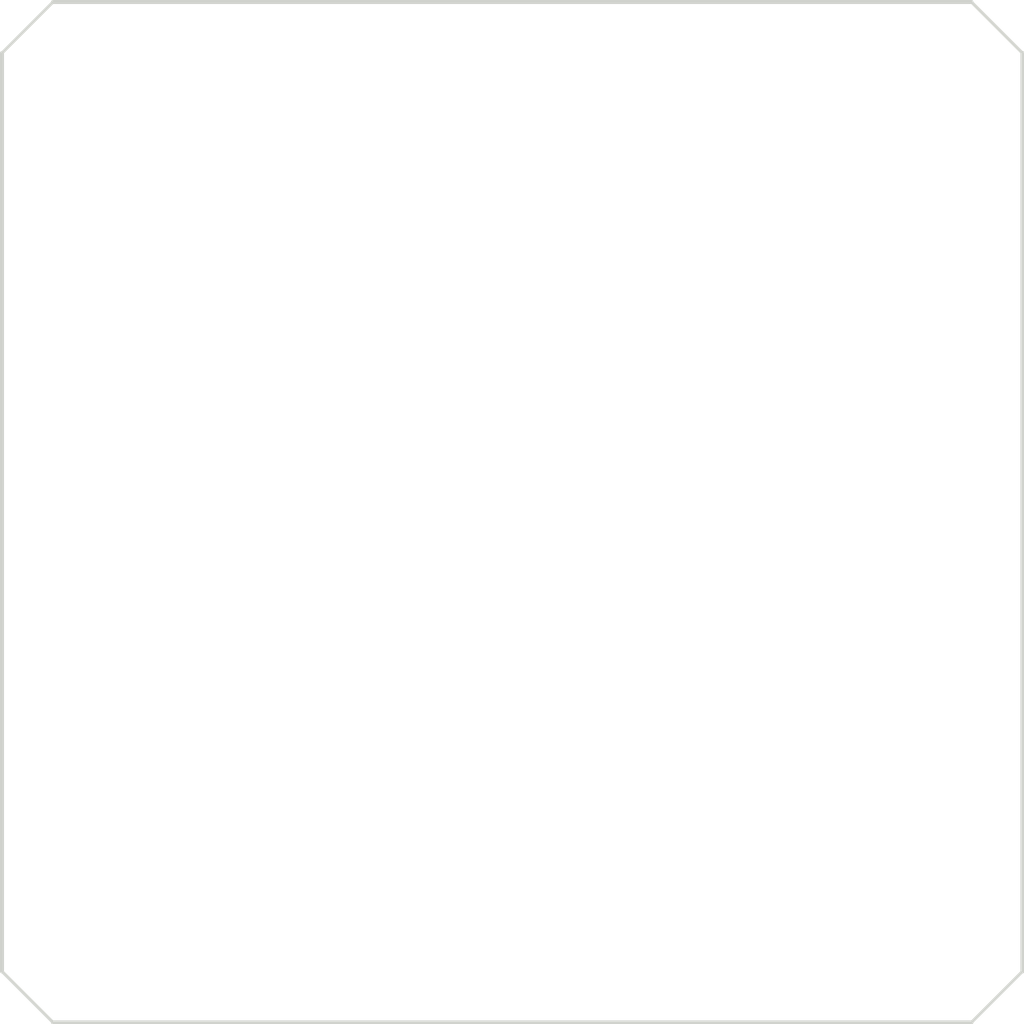
<source format=kicad_pcb>
(kicad_pcb (version 20171130) (host pcbnew "(5.0.0-3-g5ebb6b6)")

  (general
    (thickness 1.6)
    (drawings 8)
    (tracks 0)
    (zones 0)
    (modules 0)
    (nets 1)
  )

  (page A4)
  (layers
    (0 F.Cu signal)
    (31 B.Cu signal)
    (32 B.Adhes user)
    (33 F.Adhes user)
    (34 B.Paste user)
    (35 F.Paste user)
    (36 B.SilkS user)
    (37 F.SilkS user)
    (38 B.Mask user)
    (39 F.Mask user)
    (40 Dwgs.User user)
    (41 Cmts.User user)
    (42 Eco1.User user)
    (43 Eco2.User user)
    (44 Edge.Cuts user)
    (45 Margin user)
    (46 B.CrtYd user)
    (47 F.CrtYd user)
    (48 B.Fab user)
    (49 F.Fab user)
  )

  (setup
    (last_trace_width 0.25)
    (trace_clearance 0.2)
    (zone_clearance 0.508)
    (zone_45_only no)
    (trace_min 0.2)
    (segment_width 0.2)
    (edge_width 0.15)
    (via_size 0.8)
    (via_drill 0.4)
    (via_min_size 0.4)
    (via_min_drill 0.3)
    (uvia_size 0.3)
    (uvia_drill 0.1)
    (uvias_allowed no)
    (uvia_min_size 0.2)
    (uvia_min_drill 0.1)
    (pcb_text_width 0.3)
    (pcb_text_size 1.5 1.5)
    (mod_edge_width 0.15)
    (mod_text_size 1 1)
    (mod_text_width 0.15)
    (pad_size 1.524 1.524)
    (pad_drill 0.762)
    (pad_to_mask_clearance 0.2)
    (aux_axis_origin 101.6 101.6)
    (visible_elements FFFFFF7F)
    (pcbplotparams
      (layerselection 0x010fc_ffffffff)
      (usegerberextensions false)
      (usegerberattributes false)
      (usegerberadvancedattributes false)
      (creategerberjobfile false)
      (excludeedgelayer true)
      (linewidth 0.100000)
      (plotframeref false)
      (viasonmask false)
      (mode 1)
      (useauxorigin false)
      (hpglpennumber 1)
      (hpglpenspeed 20)
      (hpglpendiameter 15.000000)
      (psnegative false)
      (psa4output false)
      (plotreference true)
      (plotvalue true)
      (plotinvisibletext false)
      (padsonsilk false)
      (subtractmaskfromsilk false)
      (outputformat 1)
      (mirror false)
      (drillshape 1)
      (scaleselection 1)
      (outputdirectory ""))
  )

  (net 0 "")

  (net_class Default "This is the default net class."
    (clearance 0.2)
    (trace_width 0.25)
    (via_dia 0.8)
    (via_drill 0.4)
    (uvia_dia 0.3)
    (uvia_drill 0.1)
  )

  (gr_line (start 104.14 101.6) (end 101.6 99.06) (layer Edge.Cuts) (width 0.15))
  (gr_line (start 149.86 101.6) (end 152.4 99.06) (layer Edge.Cuts) (width 0.15))
  (gr_line (start 149.86 50.8) (end 152.4 53.34) (layer Edge.Cuts) (width 0.15))
  (gr_line (start 101.6 53.34) (end 104.14 50.8) (layer Edge.Cuts) (width 0.15))
  (gr_line (start 101.6 99.06) (end 101.6 53.34) (layer Edge.Cuts) (width 0.2))
  (gr_line (start 149.86 101.6) (end 104.14 101.6) (layer Edge.Cuts) (width 0.2))
  (gr_line (start 152.4 53.34) (end 152.4 99.06) (layer Edge.Cuts) (width 0.2))
  (gr_line (start 104.14 50.8) (end 149.86 50.8) (layer Edge.Cuts) (width 0.2))

)

</source>
